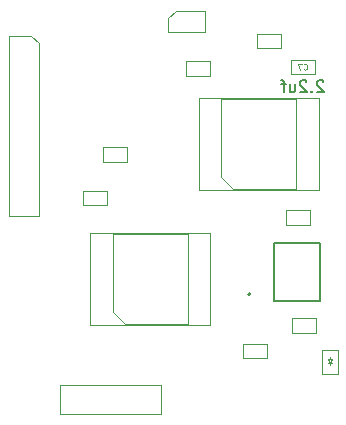
<source format=gbr>
G04 #@! TF.GenerationSoftware,KiCad,Pcbnew,5.1.7-a382d34a8~88~ubuntu18.04.1*
G04 #@! TF.CreationDate,2021-11-17T17:12:46+05:30*
G04 #@! TF.ProjectId,BackEnd_HeavyDevice_v5,4261636b-456e-4645-9f48-656176794465,rev?*
G04 #@! TF.SameCoordinates,Original*
G04 #@! TF.FileFunction,Other,Fab,Bot*
%FSLAX46Y46*%
G04 Gerber Fmt 4.6, Leading zero omitted, Abs format (unit mm)*
G04 Created by KiCad (PCBNEW 5.1.7-a382d34a8~88~ubuntu18.04.1) date 2021-11-17 17:12:46*
%MOMM*%
%LPD*%
G01*
G04 APERTURE LIST*
%ADD10C,0.100000*%
%ADD11C,0.127000*%
%ADD12C,0.200000*%
%ADD13C,0.150000*%
%ADD14C,0.080000*%
G04 APERTURE END LIST*
D10*
X136134000Y-105982000D02*
X138134000Y-105982000D01*
X136134000Y-104732000D02*
X136134000Y-105982000D01*
X138134000Y-104732000D02*
X136134000Y-104732000D01*
X138134000Y-105982000D02*
X138134000Y-104732000D01*
X135726000Y-118699000D02*
X137726000Y-118699000D01*
X135726000Y-117449000D02*
X135726000Y-118699000D01*
X137726000Y-117449000D02*
X135726000Y-117449000D01*
X137726000Y-118699000D02*
X137726000Y-117449000D01*
X136224000Y-127836000D02*
X138224000Y-127836000D01*
X136224000Y-126586000D02*
X136224000Y-127836000D01*
X138224000Y-126586000D02*
X136224000Y-126586000D01*
X138224000Y-127836000D02*
X138224000Y-126586000D01*
D11*
X138625000Y-125190000D02*
X138625000Y-120290000D01*
X134725000Y-125190000D02*
X134725000Y-120290000D01*
X134725000Y-120290000D02*
X138625000Y-120290000D01*
X134725000Y-125190000D02*
X138625000Y-125190000D01*
D12*
X132711000Y-124610000D02*
G75*
G03*
X132711000Y-124610000I-100000J0D01*
G01*
D10*
X120564000Y-115821000D02*
X118564000Y-115821000D01*
X120564000Y-117071000D02*
X120564000Y-115821000D01*
X118564000Y-117071000D02*
X120564000Y-117071000D01*
X118564000Y-115821000D02*
X118564000Y-117071000D01*
X120255000Y-112126000D02*
X120255000Y-113376000D01*
X120255000Y-113376000D02*
X122255000Y-113376000D01*
X122255000Y-113376000D02*
X122255000Y-112126000D01*
X122255000Y-112126000D02*
X120255000Y-112126000D01*
X125106000Y-134758000D02*
X116606000Y-134758000D01*
X116606000Y-134758000D02*
X116606000Y-132282000D01*
X116606000Y-132282000D02*
X125106000Y-132282000D01*
X125106000Y-132282000D02*
X125106000Y-134758000D01*
X140083000Y-131317000D02*
X140083000Y-129317000D01*
X140083000Y-129317000D02*
X138783000Y-129317000D01*
X138783000Y-129317000D02*
X138783000Y-131317000D01*
X138783000Y-131317000D02*
X140083000Y-131317000D01*
X139633000Y-130117000D02*
X139433000Y-130417000D01*
X139433000Y-130417000D02*
X139233000Y-130117000D01*
X139233000Y-130117000D02*
X139633000Y-130117000D01*
X139633000Y-130417000D02*
X139233000Y-130417000D01*
X139433000Y-130417000D02*
X139433000Y-130617000D01*
X139433000Y-130117000D02*
X139433000Y-129917000D01*
X135261000Y-102532000D02*
X133261000Y-102532000D01*
X133261000Y-102532000D02*
X133261000Y-103772000D01*
X133261000Y-103772000D02*
X135261000Y-103772000D01*
X135261000Y-103772000D02*
X135261000Y-102532000D01*
X129259000Y-106094000D02*
X129259000Y-104854000D01*
X127259000Y-106094000D02*
X129259000Y-106094000D01*
X127259000Y-104854000D02*
X127259000Y-106094000D01*
X129259000Y-104854000D02*
X127259000Y-104854000D01*
X132068000Y-130018000D02*
X134068000Y-130018000D01*
X134068000Y-130018000D02*
X134068000Y-128778000D01*
X134068000Y-128778000D02*
X132068000Y-128778000D01*
X132068000Y-128778000D02*
X132068000Y-130018000D01*
X138496000Y-115760000D02*
X128336000Y-115760000D01*
X138496000Y-108020000D02*
X138496000Y-115760000D01*
X128336000Y-108020000D02*
X138496000Y-108020000D01*
X128336000Y-115760000D02*
X128336000Y-108020000D01*
X130241000Y-114700000D02*
X131241000Y-115700000D01*
X130241000Y-108080000D02*
X130241000Y-114700000D01*
X136591000Y-108080000D02*
X130241000Y-108080000D01*
X136591000Y-115700000D02*
X136591000Y-108080000D01*
X131241000Y-115700000D02*
X136591000Y-115700000D01*
X126407000Y-100574000D02*
X125757000Y-101224000D01*
X125757000Y-102374000D02*
X125757000Y-101224000D01*
X126407000Y-100574000D02*
X128857000Y-100574000D01*
X128857000Y-102374000D02*
X128857000Y-100574000D01*
X125757000Y-102374000D02*
X128857000Y-102374000D01*
X122046000Y-127132000D02*
X127396000Y-127132000D01*
X127396000Y-127132000D02*
X127396000Y-119512000D01*
X127396000Y-119512000D02*
X121046000Y-119512000D01*
X121046000Y-119512000D02*
X121046000Y-126132000D01*
X121046000Y-126132000D02*
X122046000Y-127132000D01*
X119141000Y-127192000D02*
X119141000Y-119452000D01*
X119141000Y-119452000D02*
X129301000Y-119452000D01*
X129301000Y-119452000D02*
X129301000Y-127192000D01*
X129301000Y-127192000D02*
X119141000Y-127192000D01*
X114785000Y-103332000D02*
X114150000Y-102697000D01*
X114785000Y-117937000D02*
X114785000Y-103332000D01*
X112245000Y-117937000D02*
X114785000Y-117937000D01*
X112245000Y-102697000D02*
X112245000Y-117937000D01*
X114150000Y-102697000D02*
X112245000Y-102697000D01*
D13*
X138872095Y-106584619D02*
X138824476Y-106537000D01*
X138729238Y-106489380D01*
X138491142Y-106489380D01*
X138395904Y-106537000D01*
X138348285Y-106584619D01*
X138300666Y-106679857D01*
X138300666Y-106775095D01*
X138348285Y-106917952D01*
X138919714Y-107489380D01*
X138300666Y-107489380D01*
X137872095Y-107394142D02*
X137824476Y-107441761D01*
X137872095Y-107489380D01*
X137919714Y-107441761D01*
X137872095Y-107394142D01*
X137872095Y-107489380D01*
X137443523Y-106584619D02*
X137395904Y-106537000D01*
X137300666Y-106489380D01*
X137062571Y-106489380D01*
X136967333Y-106537000D01*
X136919714Y-106584619D01*
X136872095Y-106679857D01*
X136872095Y-106775095D01*
X136919714Y-106917952D01*
X137491142Y-107489380D01*
X136872095Y-107489380D01*
X136014952Y-106822714D02*
X136014952Y-107489380D01*
X136443523Y-106822714D02*
X136443523Y-107346523D01*
X136395904Y-107441761D01*
X136300666Y-107489380D01*
X136157809Y-107489380D01*
X136062571Y-107441761D01*
X136014952Y-107394142D01*
X135681619Y-106822714D02*
X135300666Y-106822714D01*
X135538761Y-107489380D02*
X135538761Y-106632238D01*
X135491142Y-106537000D01*
X135395904Y-106489380D01*
X135300666Y-106489380D01*
D14*
X137217333Y-105535571D02*
X137241142Y-105559380D01*
X137312571Y-105583190D01*
X137360190Y-105583190D01*
X137431619Y-105559380D01*
X137479238Y-105511761D01*
X137503047Y-105464142D01*
X137526857Y-105368904D01*
X137526857Y-105297476D01*
X137503047Y-105202238D01*
X137479238Y-105154619D01*
X137431619Y-105107000D01*
X137360190Y-105083190D01*
X137312571Y-105083190D01*
X137241142Y-105107000D01*
X137217333Y-105130809D01*
X137050666Y-105083190D02*
X136717333Y-105083190D01*
X136931619Y-105583190D01*
M02*

</source>
